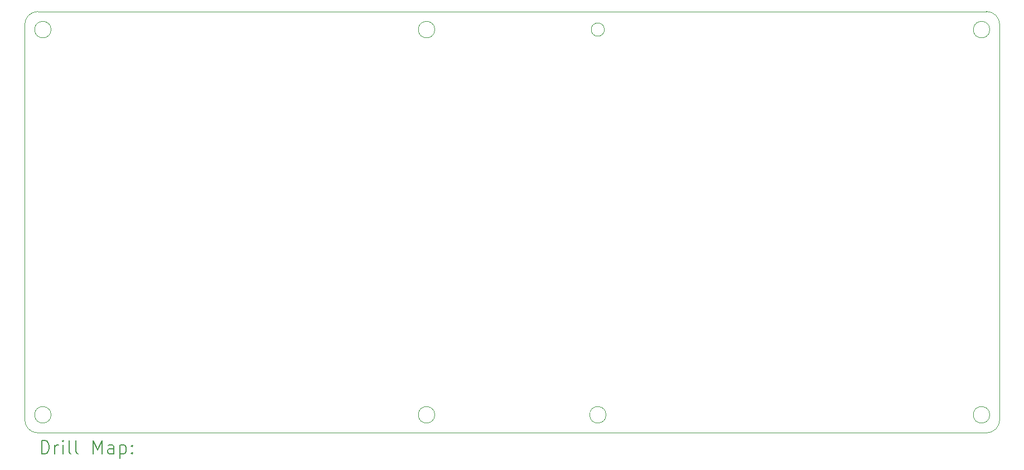
<source format=gbr>
%TF.GenerationSoftware,KiCad,Pcbnew,7.0.7*%
%TF.CreationDate,2024-02-05T11:20:16-08:00*%
%TF.ProjectId,Macro Pad 2 PCB,4d616372-6f20-4506-9164-203220504342,rev?*%
%TF.SameCoordinates,Original*%
%TF.FileFunction,Drillmap*%
%TF.FilePolarity,Positive*%
%FSLAX45Y45*%
G04 Gerber Fmt 4.5, Leading zero omitted, Abs format (unit mm)*
G04 Created by KiCad (PCBNEW 7.0.7) date 2024-02-05 11:20:16*
%MOMM*%
%LPD*%
G01*
G04 APERTURE LIST*
%ADD10C,0.100000*%
%ADD11C,0.200000*%
G04 APERTURE END LIST*
D10*
X21900000Y-11500000D02*
G75*
G03*
X22100000Y-11300000I0J200000D01*
G01*
X7700000Y-11225000D02*
G75*
G03*
X7700000Y-11225000I-125000J0D01*
G01*
X22100000Y-5300000D02*
X22100000Y-11300000D01*
X13525000Y-11225000D02*
G75*
G03*
X13525000Y-11225000I-125000J0D01*
G01*
X7500000Y-5100000D02*
X21900000Y-5100000D01*
X21900000Y-11500000D02*
X7500000Y-11500000D01*
X7300000Y-11300000D02*
X7300000Y-5300000D01*
X7500000Y-5100000D02*
G75*
G03*
X7300000Y-5300000I0J-200000D01*
G01*
X16125000Y-11225000D02*
G75*
G03*
X16125000Y-11225000I-125000J0D01*
G01*
X13525000Y-5375000D02*
G75*
G03*
X13525000Y-5375000I-125000J0D01*
G01*
X21950000Y-11225000D02*
G75*
G03*
X21950000Y-11225000I-125000J0D01*
G01*
X7300000Y-11300000D02*
G75*
G03*
X7500000Y-11500000I200000J0D01*
G01*
X22100000Y-5300000D02*
G75*
G03*
X21900000Y-5100000I-200000J0D01*
G01*
X7700000Y-5375000D02*
G75*
G03*
X7700000Y-5375000I-125000J0D01*
G01*
X21950000Y-5375000D02*
G75*
G03*
X21950000Y-5375000I-125000J0D01*
G01*
X16100000Y-5375000D02*
G75*
G03*
X16100000Y-5375000I-100000J0D01*
G01*
D11*
X7555777Y-11816484D02*
X7555777Y-11616484D01*
X7555777Y-11616484D02*
X7603396Y-11616484D01*
X7603396Y-11616484D02*
X7631967Y-11626008D01*
X7631967Y-11626008D02*
X7651015Y-11645055D01*
X7651015Y-11645055D02*
X7660539Y-11664103D01*
X7660539Y-11664103D02*
X7670062Y-11702198D01*
X7670062Y-11702198D02*
X7670062Y-11730769D01*
X7670062Y-11730769D02*
X7660539Y-11768865D01*
X7660539Y-11768865D02*
X7651015Y-11787912D01*
X7651015Y-11787912D02*
X7631967Y-11806960D01*
X7631967Y-11806960D02*
X7603396Y-11816484D01*
X7603396Y-11816484D02*
X7555777Y-11816484D01*
X7755777Y-11816484D02*
X7755777Y-11683150D01*
X7755777Y-11721246D02*
X7765301Y-11702198D01*
X7765301Y-11702198D02*
X7774824Y-11692674D01*
X7774824Y-11692674D02*
X7793872Y-11683150D01*
X7793872Y-11683150D02*
X7812920Y-11683150D01*
X7879586Y-11816484D02*
X7879586Y-11683150D01*
X7879586Y-11616484D02*
X7870062Y-11626008D01*
X7870062Y-11626008D02*
X7879586Y-11635531D01*
X7879586Y-11635531D02*
X7889110Y-11626008D01*
X7889110Y-11626008D02*
X7879586Y-11616484D01*
X7879586Y-11616484D02*
X7879586Y-11635531D01*
X8003396Y-11816484D02*
X7984348Y-11806960D01*
X7984348Y-11806960D02*
X7974824Y-11787912D01*
X7974824Y-11787912D02*
X7974824Y-11616484D01*
X8108158Y-11816484D02*
X8089110Y-11806960D01*
X8089110Y-11806960D02*
X8079586Y-11787912D01*
X8079586Y-11787912D02*
X8079586Y-11616484D01*
X8336729Y-11816484D02*
X8336729Y-11616484D01*
X8336729Y-11616484D02*
X8403396Y-11759341D01*
X8403396Y-11759341D02*
X8470063Y-11616484D01*
X8470063Y-11616484D02*
X8470063Y-11816484D01*
X8651015Y-11816484D02*
X8651015Y-11711722D01*
X8651015Y-11711722D02*
X8641491Y-11692674D01*
X8641491Y-11692674D02*
X8622444Y-11683150D01*
X8622444Y-11683150D02*
X8584348Y-11683150D01*
X8584348Y-11683150D02*
X8565301Y-11692674D01*
X8651015Y-11806960D02*
X8631967Y-11816484D01*
X8631967Y-11816484D02*
X8584348Y-11816484D01*
X8584348Y-11816484D02*
X8565301Y-11806960D01*
X8565301Y-11806960D02*
X8555777Y-11787912D01*
X8555777Y-11787912D02*
X8555777Y-11768865D01*
X8555777Y-11768865D02*
X8565301Y-11749817D01*
X8565301Y-11749817D02*
X8584348Y-11740293D01*
X8584348Y-11740293D02*
X8631967Y-11740293D01*
X8631967Y-11740293D02*
X8651015Y-11730769D01*
X8746253Y-11683150D02*
X8746253Y-11883150D01*
X8746253Y-11692674D02*
X8765301Y-11683150D01*
X8765301Y-11683150D02*
X8803396Y-11683150D01*
X8803396Y-11683150D02*
X8822444Y-11692674D01*
X8822444Y-11692674D02*
X8831967Y-11702198D01*
X8831967Y-11702198D02*
X8841491Y-11721246D01*
X8841491Y-11721246D02*
X8841491Y-11778388D01*
X8841491Y-11778388D02*
X8831967Y-11797436D01*
X8831967Y-11797436D02*
X8822444Y-11806960D01*
X8822444Y-11806960D02*
X8803396Y-11816484D01*
X8803396Y-11816484D02*
X8765301Y-11816484D01*
X8765301Y-11816484D02*
X8746253Y-11806960D01*
X8927205Y-11797436D02*
X8936729Y-11806960D01*
X8936729Y-11806960D02*
X8927205Y-11816484D01*
X8927205Y-11816484D02*
X8917682Y-11806960D01*
X8917682Y-11806960D02*
X8927205Y-11797436D01*
X8927205Y-11797436D02*
X8927205Y-11816484D01*
X8927205Y-11692674D02*
X8936729Y-11702198D01*
X8936729Y-11702198D02*
X8927205Y-11711722D01*
X8927205Y-11711722D02*
X8917682Y-11702198D01*
X8917682Y-11702198D02*
X8927205Y-11692674D01*
X8927205Y-11692674D02*
X8927205Y-11711722D01*
M02*

</source>
